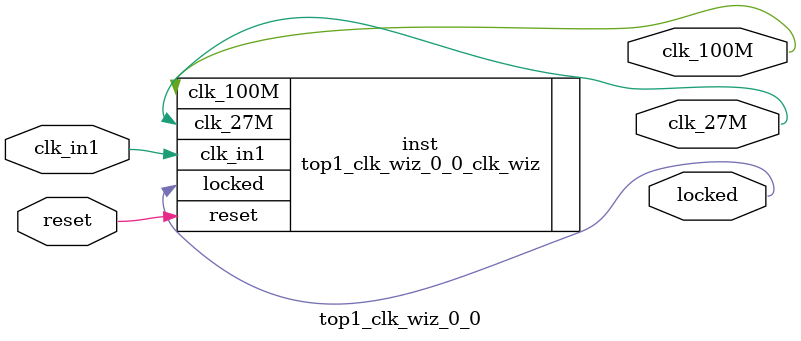
<source format=v>


`timescale 1ps/1ps

(* CORE_GENERATION_INFO = "top1_clk_wiz_0_0,clk_wiz_v6_0_6_0_0,{component_name=top1_clk_wiz_0_0,use_phase_alignment=true,use_min_o_jitter=false,use_max_i_jitter=false,use_dyn_phase_shift=false,use_inclk_switchover=false,use_dyn_reconfig=false,enable_axi=0,feedback_source=FDBK_AUTO,PRIMITIVE=MMCM,num_out_clk=2,clkin1_period=10.000,clkin2_period=10.000,use_power_down=false,use_reset=true,use_locked=true,use_inclk_stopped=false,feedback_type=SINGLE,CLOCK_MGR_TYPE=NA,manual_override=false}" *)

module top1_clk_wiz_0_0 
 (
  // Clock out ports
  output        clk_100M,
  output        clk_27M,
  // Status and control signals
  input         reset,
  output        locked,
 // Clock in ports
  input         clk_in1
 );

  top1_clk_wiz_0_0_clk_wiz inst
  (
  // Clock out ports  
  .clk_100M(clk_100M),
  .clk_27M(clk_27M),
  // Status and control signals               
  .reset(reset), 
  .locked(locked),
 // Clock in ports
  .clk_in1(clk_in1)
  );

endmodule

</source>
